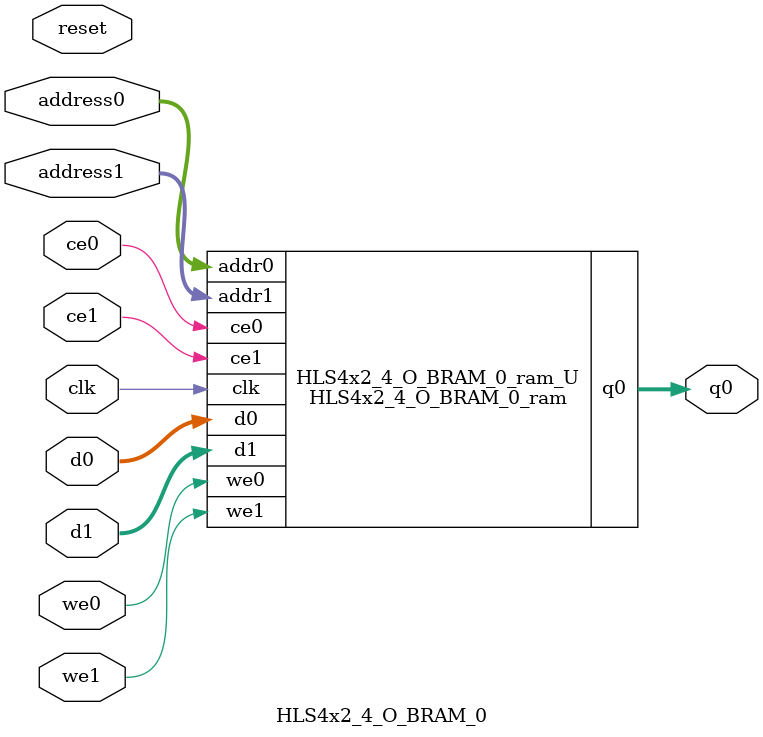
<source format=v>

`timescale 1 ns / 1 ps
module HLS4x2_4_O_BRAM_0_ram (addr0, ce0, d0, we0, q0, addr1, ce1, d1, we1,  clk);

parameter DWIDTH = 16;
parameter AWIDTH = 8;
parameter MEM_SIZE = 169;

input[AWIDTH-1:0] addr0;
input ce0;
input[DWIDTH-1:0] d0;
input we0;
output reg[DWIDTH-1:0] q0;
input[AWIDTH-1:0] addr1;
input ce1;
input[DWIDTH-1:0] d1;
input we1;
input clk;

(* ram_style = "block" *)reg [DWIDTH-1:0] ram[0:MEM_SIZE-1];




always @(posedge clk)  
begin 
    if (ce0) 
    begin
        if (we0) 
        begin 
            ram[addr0] <= d0; 
            q0 <= d0;
        end 
        else 
            q0 <= ram[addr0];
    end
end


always @(posedge clk)  
begin 
    if (ce1) 
    begin
        if (we1) 
        begin 
            ram[addr1] <= d1; 
        end 
    end
end


endmodule


`timescale 1 ns / 1 ps
module HLS4x2_4_O_BRAM_0(
    reset,
    clk,
    address0,
    ce0,
    we0,
    d0,
    q0,
    address1,
    ce1,
    we1,
    d1);

parameter DataWidth = 32'd16;
parameter AddressRange = 32'd169;
parameter AddressWidth = 32'd8;
input reset;
input clk;
input[AddressWidth - 1:0] address0;
input ce0;
input we0;
input[DataWidth - 1:0] d0;
output[DataWidth - 1:0] q0;
input[AddressWidth - 1:0] address1;
input ce1;
input we1;
input[DataWidth - 1:0] d1;



HLS4x2_4_O_BRAM_0_ram HLS4x2_4_O_BRAM_0_ram_U(
    .clk( clk ),
    .addr0( address0 ),
    .ce0( ce0 ),
    .d0( d0 ),
    .we0( we0 ),
    .q0( q0 ),
    .addr1( address1 ),
    .ce1( ce1 ),
    .d1( d1 ),
    .we1( we1 ));

endmodule


</source>
